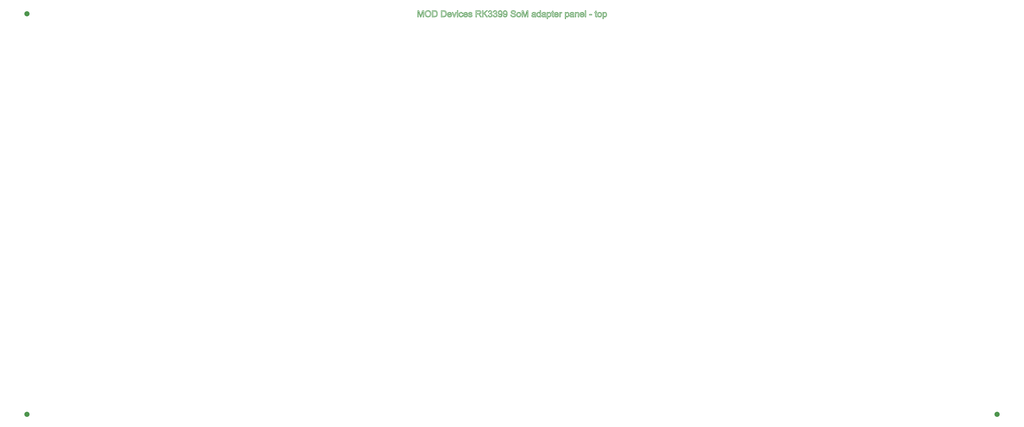
<source format=gtl>
%MOIN*%
%OFA0B0*%
%FSLAX44Y44*%
%IPPOS*%
%LPD*%
%ADD10C,0.07874015748031496*%
%ADD11C,0.0078740157480314977*%
D10*
X00007874Y00001968D03*
X00155511Y00001968D03*
X00007874Y00062992D03*
D11*
X00067321Y00063483D02*
X00067517Y00063483D01*
X00067750Y00062787D01*
X00067778Y00062702D01*
X00067797Y00062641D01*
X00067819Y00062707D01*
X00067849Y00062799D01*
X00068085Y00063483D01*
X00068260Y00063483D01*
X00068260Y00062500D01*
X00068135Y00062500D01*
X00068135Y00063323D01*
X00067849Y00062500D01*
X00067731Y00062500D01*
X00067447Y00063337D01*
X00067447Y00062500D01*
X00067321Y00062500D01*
X00067321Y00063483D01*
X00068439Y00063094D02*
X00068463Y00063197D01*
X00068504Y00063286D01*
X00068562Y00063362D01*
X00068633Y00063423D01*
X00068713Y00063466D01*
X00068802Y00063492D01*
X00068901Y00063501D01*
X00069031Y00063484D01*
X00069147Y00063435D01*
X00069243Y00063358D01*
X00069314Y00063254D01*
X00069357Y00063130D01*
X00069371Y00062990D01*
X00069356Y00062848D01*
X00069311Y00062722D01*
X00069238Y00062619D01*
X00069140Y00062543D01*
X00069025Y00062498D01*
X00068901Y00062483D01*
X00068769Y00062500D01*
X00068653Y00062550D01*
X00068556Y00062629D01*
X00068487Y00062733D01*
X00068445Y00062852D01*
X00068431Y00062979D01*
X00068439Y00063094D01*
X00068589Y00062818D02*
X00068660Y00062696D01*
X00068768Y00062620D01*
X00068900Y00062594D01*
X00068970Y00062601D01*
X00069034Y00062620D01*
X00069091Y00062652D01*
X00069142Y00062697D01*
X00069213Y00062822D01*
X00069237Y00062991D01*
X00069227Y00063103D01*
X00069196Y00063200D01*
X00069146Y00063280D01*
X00069078Y00063339D01*
X00068995Y00063376D01*
X00068902Y00063388D01*
X00068774Y00063365D01*
X00068664Y00063294D01*
X00068621Y00063238D01*
X00068590Y00063167D01*
X00068571Y00063080D01*
X00068565Y00062977D01*
X00068589Y00062818D01*
X00069539Y00063483D02*
X00069878Y00063483D01*
X00069979Y00063480D01*
X00070053Y00063469D01*
X00070131Y00063442D01*
X00070197Y00063399D01*
X00070265Y00063324D01*
X00070313Y00063230D01*
X00070342Y00063121D01*
X00070352Y00062997D01*
X00070346Y00062891D01*
X00070326Y00062798D01*
X00070296Y00062719D01*
X00070259Y00062655D01*
X00070169Y00062566D01*
X00070052Y00062516D01*
X00069894Y00062500D01*
X00069539Y00062500D01*
X00069539Y00063483D01*
X00069879Y00062616D02*
X00069966Y00062620D01*
X00070032Y00062634D01*
X00070120Y00062685D01*
X00070161Y00062739D01*
X00070192Y00062809D01*
X00070211Y00062896D01*
X00070218Y00062999D01*
X00070205Y00063135D01*
X00070167Y00063236D01*
X00070111Y00063305D01*
X00070044Y00063347D01*
X00069976Y00063362D01*
X00069876Y00063367D01*
X00069669Y00063367D01*
X00069669Y00062616D01*
X00069879Y00062616D01*
X00070913Y00063483D02*
X00071252Y00063483D01*
X00071353Y00063480D01*
X00071427Y00063469D01*
X00071505Y00063442D01*
X00071571Y00063399D01*
X00071639Y00063324D01*
X00071688Y00063230D01*
X00071716Y00063121D01*
X00071726Y00062997D01*
X00071720Y00062891D01*
X00071700Y00062798D01*
X00071670Y00062719D01*
X00071633Y00062655D01*
X00071543Y00062566D01*
X00071426Y00062516D01*
X00071268Y00062500D01*
X00070913Y00062500D01*
X00070913Y00063483D01*
X00071253Y00062616D02*
X00071340Y00062620D01*
X00071406Y00062634D01*
X00071494Y00062685D01*
X00071535Y00062739D01*
X00071566Y00062809D01*
X00071585Y00062896D01*
X00071592Y00062999D01*
X00071579Y00063135D01*
X00071541Y00063236D01*
X00071485Y00063305D01*
X00071418Y00063347D01*
X00071350Y00063362D01*
X00071250Y00063367D01*
X00071043Y00063367D01*
X00071043Y00062616D01*
X00071253Y00062616D01*
X00072502Y00062714D02*
X00072460Y00062616D01*
X00072393Y00062544D01*
X00072302Y00062498D01*
X00072189Y00062483D01*
X00072049Y00062507D01*
X00071941Y00062580D01*
X00071872Y00062695D01*
X00071850Y00062850D01*
X00071873Y00063009D01*
X00071942Y00063129D01*
X00072048Y00063203D01*
X00072182Y00063228D01*
X00072312Y00063204D01*
X00072416Y00063131D01*
X00072484Y00063014D01*
X00072506Y00062857D01*
X00072506Y00062825D01*
X00071974Y00062825D01*
X00071994Y00062721D01*
X00072041Y00062645D01*
X00072108Y00062598D01*
X00072190Y00062583D01*
X00072251Y00062591D01*
X00072303Y00062618D01*
X00072345Y00062663D01*
X00072378Y00062729D01*
X00072502Y00062714D01*
X00072379Y00062924D02*
X00072363Y00063003D01*
X00072333Y00063059D01*
X00072267Y00063111D01*
X00072184Y00063129D01*
X00072107Y00063115D01*
X00072044Y00063073D01*
X00072000Y00063008D01*
X00071981Y00062924D01*
X00072379Y00062924D01*
X00072581Y00063212D02*
X00072708Y00063212D01*
X00072861Y00062785D01*
X00072907Y00062642D01*
X00072952Y00062777D01*
X00073110Y00063212D01*
X00073234Y00063212D01*
X00072965Y00062500D01*
X00072852Y00062500D01*
X00072581Y00063212D01*
X00073342Y00063483D02*
X00073462Y00063483D01*
X00073462Y00063344D01*
X00073342Y00063344D01*
X00073342Y00063483D01*
X00073342Y00063212D02*
X00073462Y00063212D01*
X00073462Y00062500D01*
X00073342Y00062500D01*
X00073342Y00063212D01*
X00074230Y00062745D02*
X00074195Y00062636D01*
X00074130Y00062553D01*
X00074041Y00062501D01*
X00073933Y00062483D01*
X00073802Y00062507D01*
X00073698Y00062579D01*
X00073632Y00062695D01*
X00073609Y00062853D01*
X00073619Y00062961D01*
X00073648Y00063055D01*
X00073696Y00063131D01*
X00073764Y00063185D01*
X00073846Y00063217D01*
X00073934Y00063228D01*
X00074040Y00063213D01*
X00074124Y00063169D01*
X00074185Y00063098D01*
X00074219Y00063003D01*
X00074101Y00062985D01*
X00074078Y00063047D01*
X00074042Y00063093D01*
X00073995Y00063120D01*
X00073939Y00063129D01*
X00073856Y00063112D01*
X00073791Y00063063D01*
X00073748Y00062979D01*
X00073734Y00062856D01*
X00073747Y00062732D01*
X00073789Y00062648D01*
X00073852Y00062599D01*
X00073932Y00062583D01*
X00073997Y00062594D01*
X00074051Y00062626D01*
X00074090Y00062682D01*
X00074111Y00062760D01*
X00074230Y00062745D01*
X00074946Y00062714D02*
X00074904Y00062616D01*
X00074837Y00062544D01*
X00074746Y00062498D01*
X00074633Y00062483D01*
X00074492Y00062507D01*
X00074385Y00062580D01*
X00074316Y00062695D01*
X00074293Y00062850D01*
X00074316Y00063009D01*
X00074386Y00063129D01*
X00074492Y00063203D01*
X00074626Y00063228D01*
X00074756Y00063204D01*
X00074859Y00063131D01*
X00074927Y00063014D01*
X00074950Y00062857D01*
X00074949Y00062825D01*
X00074418Y00062825D01*
X00074438Y00062721D01*
X00074484Y00062645D01*
X00074551Y00062598D01*
X00074633Y00062583D01*
X00074695Y00062591D01*
X00074747Y00062618D01*
X00074789Y00062663D01*
X00074821Y00062729D01*
X00074946Y00062714D01*
X00074822Y00062924D02*
X00074807Y00063003D01*
X00074777Y00063059D01*
X00074711Y00063111D01*
X00074627Y00063129D01*
X00074551Y00063115D01*
X00074487Y00063073D01*
X00074443Y00063008D01*
X00074425Y00062924D01*
X00074822Y00062924D01*
X00075169Y00062731D02*
X00075188Y00062668D01*
X00075225Y00062621D01*
X00075280Y00062592D01*
X00075353Y00062583D01*
X00075426Y00062591D01*
X00075477Y00062617D01*
X00075507Y00062653D01*
X00075517Y00062696D01*
X00075508Y00062733D01*
X00075481Y00062760D01*
X00075438Y00062779D01*
X00075358Y00062801D01*
X00075245Y00062833D01*
X00075174Y00062859D01*
X00075096Y00062927D01*
X00075076Y00062973D01*
X00075069Y00063023D01*
X00075091Y00063111D01*
X00075151Y00063178D01*
X00075227Y00063214D01*
X00075332Y00063228D01*
X00075479Y00063204D01*
X00075534Y00063176D01*
X00075573Y00063139D01*
X00075598Y00063090D01*
X00075614Y00063028D01*
X00075496Y00063012D01*
X00075480Y00063061D01*
X00075449Y00063098D01*
X00075403Y00063121D01*
X00075340Y00063129D01*
X00075269Y00063122D01*
X00075222Y00063101D01*
X00075195Y00063071D01*
X00075186Y00063037D01*
X00075201Y00062995D01*
X00075247Y00062962D01*
X00075283Y00062951D01*
X00075354Y00062932D01*
X00075463Y00062900D01*
X00075533Y00062876D01*
X00075612Y00062812D01*
X00075634Y00062766D01*
X00075641Y00062709D01*
X00075632Y00062650D01*
X00075606Y00062595D01*
X00075563Y00062548D01*
X00075504Y00062513D01*
X00075433Y00062491D01*
X00075354Y00062483D01*
X00075231Y00062498D01*
X00075142Y00062541D01*
X00075083Y00062613D01*
X00075049Y00062712D01*
X00075169Y00062731D01*
X00076184Y00063483D02*
X00076620Y00063483D01*
X00076736Y00063476D01*
X00076820Y00063457D01*
X00076881Y00063420D01*
X00076929Y00063363D01*
X00076960Y00063292D01*
X00076970Y00063215D01*
X00076953Y00063118D01*
X00076902Y00063038D01*
X00076816Y00062980D01*
X00076693Y00062947D01*
X00076771Y00062898D01*
X00076827Y00062839D01*
X00076880Y00062767D01*
X00077051Y00062500D01*
X00076887Y00062500D01*
X00076757Y00062704D01*
X00076705Y00062782D01*
X00076663Y00062840D01*
X00076628Y00062880D01*
X00076597Y00062905D01*
X00076537Y00062932D01*
X00076508Y00062935D01*
X00076465Y00062936D01*
X00076314Y00062936D01*
X00076314Y00062500D01*
X00076184Y00062500D01*
X00076184Y00063483D01*
X00076594Y00063049D02*
X00076673Y00063054D01*
X00076733Y00063067D01*
X00076810Y00063126D01*
X00076829Y00063169D01*
X00076836Y00063215D01*
X00076823Y00063278D01*
X00076785Y00063329D01*
X00076720Y00063363D01*
X00076625Y00063374D01*
X00076314Y00063374D01*
X00076314Y00063049D01*
X00076594Y00063049D01*
X00077169Y00063483D02*
X00077299Y00063483D01*
X00077299Y00062995D01*
X00077787Y00063483D01*
X00077964Y00063483D01*
X00077551Y00063085D01*
X00077982Y00062500D01*
X00077810Y00062500D01*
X00077460Y00062997D01*
X00077299Y00062840D01*
X00077299Y00062500D01*
X00077169Y00062500D01*
X00077169Y00063483D01*
X00078163Y00062775D02*
X00078191Y00062687D01*
X00078234Y00062627D01*
X00078289Y00062593D01*
X00078356Y00062582D01*
X00078434Y00062597D01*
X00078499Y00062641D01*
X00078543Y00062707D01*
X00078558Y00062787D01*
X00078545Y00062863D01*
X00078504Y00062925D01*
X00078442Y00062965D01*
X00078366Y00062979D01*
X00078280Y00062965D01*
X00078294Y00063071D01*
X00078313Y00063070D01*
X00078387Y00063080D01*
X00078452Y00063110D01*
X00078498Y00063161D01*
X00078514Y00063234D01*
X00078503Y00063295D01*
X00078469Y00063344D01*
X00078417Y00063377D01*
X00078353Y00063388D01*
X00078288Y00063377D01*
X00078235Y00063344D01*
X00078197Y00063288D01*
X00078175Y00063211D01*
X00078054Y00063232D01*
X00078091Y00063340D01*
X00078155Y00063420D01*
X00078243Y00063470D01*
X00078350Y00063487D01*
X00078428Y00063478D01*
X00078498Y00063453D01*
X00078558Y00063412D01*
X00078602Y00063358D01*
X00078629Y00063297D01*
X00078638Y00063231D01*
X00078629Y00063171D01*
X00078604Y00063115D01*
X00078561Y00063068D01*
X00078502Y00063032D01*
X00078580Y00063001D01*
X00078638Y00062949D01*
X00078674Y00062877D01*
X00078686Y00062790D01*
X00078663Y00062671D01*
X00078592Y00062572D01*
X00078486Y00062504D01*
X00078355Y00062482D01*
X00078236Y00062501D01*
X00078140Y00062559D01*
X00078073Y00062648D01*
X00078042Y00062759D01*
X00078163Y00062775D01*
X00078927Y00062775D02*
X00078955Y00062687D01*
X00078998Y00062627D01*
X00079053Y00062593D01*
X00079120Y00062582D01*
X00079198Y00062597D01*
X00079264Y00062641D01*
X00079308Y00062707D01*
X00079322Y00062787D01*
X00079309Y00062863D01*
X00079268Y00062925D01*
X00079206Y00062965D01*
X00079130Y00062979D01*
X00079045Y00062965D01*
X00079058Y00063071D01*
X00079077Y00063070D01*
X00079151Y00063080D01*
X00079216Y00063110D01*
X00079263Y00063161D01*
X00079278Y00063234D01*
X00079267Y00063295D01*
X00079233Y00063344D01*
X00079182Y00063377D01*
X00079117Y00063388D01*
X00079052Y00063377D01*
X00079000Y00063344D01*
X00078961Y00063288D01*
X00078939Y00063211D01*
X00078818Y00063232D01*
X00078855Y00063340D01*
X00078919Y00063420D01*
X00079007Y00063470D01*
X00079114Y00063487D01*
X00079192Y00063478D01*
X00079263Y00063453D01*
X00079322Y00063412D01*
X00079366Y00063358D01*
X00079393Y00063297D01*
X00079402Y00063231D01*
X00079394Y00063171D01*
X00079368Y00063115D01*
X00079326Y00063068D01*
X00079267Y00063032D01*
X00079344Y00063001D01*
X00079402Y00062949D01*
X00079438Y00062877D01*
X00079451Y00062790D01*
X00079427Y00062671D01*
X00079357Y00062572D01*
X00079250Y00062504D01*
X00079119Y00062482D01*
X00079001Y00062501D01*
X00078904Y00062559D01*
X00078837Y00062648D01*
X00078806Y00062759D01*
X00078927Y00062775D01*
X00079704Y00062738D02*
X00079726Y00062667D01*
X00079760Y00062619D01*
X00079808Y00062591D01*
X00079867Y00062582D01*
X00079965Y00062608D01*
X00080034Y00062676D01*
X00080058Y00062726D01*
X00080078Y00062791D01*
X00080097Y00062938D01*
X00080096Y00062962D01*
X00080053Y00062910D01*
X00079997Y00062869D01*
X00079932Y00062842D01*
X00079861Y00062833D01*
X00079748Y00062855D01*
X00079654Y00062922D01*
X00079591Y00063024D01*
X00079570Y00063155D01*
X00079592Y00063290D01*
X00079658Y00063396D01*
X00079758Y00063464D01*
X00079879Y00063487D01*
X00079971Y00063474D01*
X00080055Y00063435D01*
X00080125Y00063373D01*
X00080175Y00063288D01*
X00080206Y00063171D01*
X00080217Y00063011D01*
X00080206Y00062842D01*
X00080176Y00062711D01*
X00080125Y00062613D01*
X00080054Y00062541D01*
X00079966Y00062497D01*
X00079864Y00062483D01*
X00079760Y00062499D01*
X00079676Y00062547D01*
X00079617Y00062624D01*
X00079588Y00062727D01*
X00079704Y00062738D01*
X00080069Y00063254D02*
X00080027Y00063326D01*
X00079966Y00063372D01*
X00079894Y00063387D01*
X00079819Y00063371D01*
X00079754Y00063321D01*
X00079709Y00063246D01*
X00079694Y00063151D01*
X00079708Y00063066D01*
X00079751Y00062998D01*
X00079814Y00062954D01*
X00079891Y00062940D01*
X00079967Y00062954D01*
X00080029Y00062998D01*
X00080069Y00063068D01*
X00080083Y00063161D01*
X00080069Y00063254D01*
X00080468Y00062738D02*
X00080490Y00062667D01*
X00080525Y00062619D01*
X00080572Y00062591D01*
X00080631Y00062582D01*
X00080729Y00062608D01*
X00080798Y00062676D01*
X00080822Y00062726D01*
X00080843Y00062791D01*
X00080861Y00062938D01*
X00080860Y00062962D01*
X00080817Y00062910D01*
X00080761Y00062869D01*
X00080696Y00062842D01*
X00080625Y00062833D01*
X00080513Y00062855D01*
X00080419Y00062922D01*
X00080355Y00063024D01*
X00080334Y00063155D01*
X00080356Y00063290D01*
X00080422Y00063396D01*
X00080522Y00063464D01*
X00080643Y00063487D01*
X00080735Y00063474D01*
X00080819Y00063435D01*
X00080889Y00063373D01*
X00080940Y00063288D01*
X00080971Y00063171D01*
X00080981Y00063011D01*
X00080971Y00062842D01*
X00080940Y00062711D01*
X00080889Y00062613D01*
X00080818Y00062541D01*
X00080730Y00062497D01*
X00080629Y00062483D01*
X00080524Y00062499D01*
X00080440Y00062547D01*
X00080382Y00062624D01*
X00080352Y00062727D01*
X00080468Y00062738D01*
X00080833Y00063254D02*
X00080791Y00063326D01*
X00080730Y00063372D01*
X00080658Y00063387D01*
X00080583Y00063371D01*
X00080518Y00063321D01*
X00080473Y00063246D01*
X00080458Y00063151D01*
X00080472Y00063066D01*
X00080515Y00062998D01*
X00080578Y00062954D01*
X00080655Y00062940D01*
X00080731Y00062954D01*
X00080793Y00062998D01*
X00080833Y00063068D01*
X00080847Y00063161D01*
X00080833Y00063254D01*
X00081608Y00062826D02*
X00081622Y00062759D01*
X00081648Y00062705D01*
X00081689Y00062662D01*
X00081747Y00062629D01*
X00081818Y00062607D01*
X00081898Y00062599D01*
X00082030Y00062622D01*
X00082079Y00062648D01*
X00082114Y00062682D01*
X00082135Y00062723D01*
X00082142Y00062767D01*
X00082136Y00062810D01*
X00082115Y00062847D01*
X00082080Y00062879D01*
X00082027Y00062905D01*
X00081963Y00062925D01*
X00081852Y00062953D01*
X00081737Y00062985D01*
X00081662Y00063015D01*
X00081600Y00063056D01*
X00081557Y00063106D01*
X00081531Y00063164D01*
X00081522Y00063229D01*
X00081533Y00063301D01*
X00081565Y00063368D01*
X00081617Y00063425D01*
X00081688Y00063466D01*
X00081774Y00063491D01*
X00081869Y00063500D01*
X00081971Y00063491D01*
X00082061Y00063465D01*
X00082135Y00063421D01*
X00082190Y00063361D01*
X00082224Y00063288D01*
X00082238Y00063206D01*
X00082113Y00063197D01*
X00082091Y00063278D01*
X00082045Y00063337D01*
X00081973Y00063373D01*
X00081874Y00063385D01*
X00081772Y00063374D01*
X00081702Y00063342D01*
X00081661Y00063294D01*
X00081648Y00063238D01*
X00081657Y00063189D01*
X00081686Y00063150D01*
X00081712Y00063133D01*
X00081754Y00063116D01*
X00081811Y00063098D01*
X00081882Y00063080D01*
X00082016Y00063047D01*
X00082100Y00063017D01*
X00082175Y00062973D01*
X00082227Y00062917D01*
X00082258Y00062852D01*
X00082268Y00062777D01*
X00082256Y00062701D01*
X00082223Y00062629D01*
X00082168Y00062568D01*
X00082094Y00062521D01*
X00082004Y00062492D01*
X00081904Y00062483D01*
X00081781Y00062492D01*
X00081680Y00062522D01*
X00081600Y00062570D01*
X00081539Y00062639D01*
X00081500Y00062722D01*
X00081485Y00062816D01*
X00081608Y00062826D01*
X00082392Y00062948D02*
X00082413Y00063028D01*
X00082447Y00063095D01*
X00082495Y00063149D01*
X00082597Y00063208D01*
X00082719Y00063228D01*
X00082853Y00063204D01*
X00082959Y00063132D01*
X00083029Y00063017D01*
X00083053Y00062866D01*
X00083042Y00062743D01*
X00083011Y00062649D01*
X00082961Y00062579D01*
X00082891Y00062527D01*
X00082809Y00062494D01*
X00082719Y00062483D01*
X00082584Y00062507D01*
X00082477Y00062579D01*
X00082408Y00062696D01*
X00082385Y00062856D01*
X00082392Y00062948D01*
X00082524Y00062736D02*
X00082569Y00062651D01*
X00082636Y00062600D01*
X00082719Y00062583D01*
X00082802Y00062600D01*
X00082869Y00062651D01*
X00082914Y00062738D01*
X00082929Y00062860D01*
X00082914Y00062976D01*
X00082869Y00063060D01*
X00082801Y00063111D01*
X00082719Y00063128D01*
X00082636Y00063111D01*
X00082569Y00063060D01*
X00082524Y00062975D01*
X00082509Y00062856D01*
X00082524Y00062736D01*
X00083206Y00063483D02*
X00083402Y00063483D01*
X00083634Y00062787D01*
X00083662Y00062702D01*
X00083681Y00062641D01*
X00083703Y00062707D01*
X00083734Y00062799D01*
X00083969Y00063483D01*
X00084144Y00063483D01*
X00084144Y00062500D01*
X00084019Y00062500D01*
X00084019Y00063323D01*
X00083733Y00062500D01*
X00083616Y00062500D01*
X00083331Y00063337D01*
X00083331Y00062500D01*
X00083206Y00062500D01*
X00083206Y00063483D01*
X00085120Y00062539D02*
X00085056Y00062507D01*
X00084923Y00062483D01*
X00084819Y00062498D01*
X00084743Y00062541D01*
X00084695Y00062606D01*
X00084680Y00062687D01*
X00084704Y00062783D01*
X00084766Y00062852D01*
X00084853Y00062892D01*
X00084897Y00062901D01*
X00084960Y00062910D01*
X00085087Y00062929D01*
X00085176Y00062952D01*
X00085176Y00062983D01*
X00085168Y00063046D01*
X00085142Y00063087D01*
X00085084Y00063118D01*
X00085004Y00063128D01*
X00084930Y00063121D01*
X00084879Y00063098D01*
X00084843Y00063057D01*
X00084819Y00062993D01*
X00084701Y00063009D01*
X00084722Y00063077D01*
X00084754Y00063131D01*
X00084799Y00063172D01*
X00084860Y00063203D01*
X00085022Y00063228D01*
X00085105Y00063223D01*
X00085170Y00063207D01*
X00085220Y00063182D01*
X00085254Y00063153D01*
X00085292Y00063070D01*
X00085296Y00063027D01*
X00085298Y00062959D01*
X00085298Y00062798D01*
X00085298Y00062722D01*
X00085300Y00062661D01*
X00085302Y00062615D01*
X00085305Y00062585D01*
X00085336Y00062500D01*
X00085210Y00062500D01*
X00085186Y00062587D01*
X00085120Y00062539D01*
X00085093Y00062832D02*
X00084978Y00062811D01*
X00084915Y00062800D01*
X00084873Y00062787D01*
X00084825Y00062748D01*
X00084809Y00062691D01*
X00084818Y00062646D01*
X00084845Y00062610D01*
X00084890Y00062586D01*
X00084952Y00062578D01*
X00085018Y00062586D01*
X00085076Y00062609D01*
X00085123Y00062645D01*
X00085156Y00062692D01*
X00085171Y00062743D01*
X00085176Y00062813D01*
X00085176Y00062857D01*
X00085093Y00062832D01*
X00085947Y00062589D02*
X00085909Y00062543D01*
X00085863Y00062510D01*
X00085810Y00062490D01*
X00085748Y00062483D01*
X00085666Y00062495D01*
X00085591Y00062530D01*
X00085528Y00062587D01*
X00085480Y00062662D01*
X00085451Y00062752D01*
X00085441Y00062855D01*
X00085450Y00062957D01*
X00085477Y00063049D01*
X00085521Y00063125D01*
X00085583Y00063182D01*
X00085659Y00063217D01*
X00085742Y00063228D01*
X00085803Y00063221D01*
X00085857Y00063201D01*
X00085939Y00063130D01*
X00085939Y00063483D01*
X00086059Y00063483D01*
X00086059Y00062500D01*
X00085947Y00062500D01*
X00085947Y00062589D01*
X00085580Y00062735D02*
X00085623Y00062650D01*
X00085686Y00062600D01*
X00085759Y00062583D01*
X00085832Y00062599D01*
X00085894Y00062647D01*
X00085935Y00062729D01*
X00085949Y00062845D01*
X00085935Y00062972D01*
X00085893Y00063060D01*
X00085830Y00063111D01*
X00085754Y00063128D01*
X00085680Y00063112D01*
X00085619Y00063062D01*
X00085579Y00062978D01*
X00085565Y00062855D01*
X00085580Y00062735D01*
X00086648Y00062539D02*
X00086585Y00062507D01*
X00086452Y00062483D01*
X00086348Y00062498D01*
X00086271Y00062541D01*
X00086224Y00062606D01*
X00086208Y00062687D01*
X00086232Y00062783D01*
X00086294Y00062852D01*
X00086381Y00062892D01*
X00086426Y00062901D01*
X00086489Y00062910D01*
X00086616Y00062929D01*
X00086704Y00062952D01*
X00086705Y00062983D01*
X00086696Y00063046D01*
X00086670Y00063087D01*
X00086613Y00063118D01*
X00086533Y00063128D01*
X00086459Y00063121D01*
X00086407Y00063098D01*
X00086372Y00063057D01*
X00086347Y00062993D01*
X00086229Y00063009D01*
X00086250Y00063077D01*
X00086282Y00063131D01*
X00086327Y00063172D01*
X00086389Y00063203D01*
X00086550Y00063228D01*
X00086633Y00063223D01*
X00086699Y00063207D01*
X00086748Y00063182D01*
X00086782Y00063153D01*
X00086820Y00063070D01*
X00086825Y00063027D01*
X00086826Y00062959D01*
X00086826Y00062798D01*
X00086827Y00062722D01*
X00086828Y00062661D01*
X00086830Y00062615D01*
X00086834Y00062585D01*
X00086864Y00062500D01*
X00086738Y00062500D01*
X00086714Y00062587D01*
X00086648Y00062539D01*
X00086622Y00062832D02*
X00086507Y00062811D01*
X00086443Y00062800D01*
X00086401Y00062787D01*
X00086354Y00062748D01*
X00086337Y00062691D01*
X00086346Y00062646D01*
X00086373Y00062610D01*
X00086419Y00062586D01*
X00086480Y00062578D01*
X00086546Y00062586D01*
X00086605Y00062609D01*
X00086652Y00062645D01*
X00086684Y00062692D01*
X00086699Y00062743D01*
X00086704Y00062813D01*
X00086704Y00062857D01*
X00086622Y00062832D01*
X00087013Y00063212D02*
X00087123Y00063212D01*
X00087123Y00063119D01*
X00087165Y00063167D01*
X00087211Y00063201D01*
X00087265Y00063221D01*
X00087330Y00063228D01*
X00087416Y00063216D01*
X00087491Y00063181D01*
X00087552Y00063125D01*
X00087596Y00063049D01*
X00087623Y00062959D01*
X00087632Y00062861D01*
X00087622Y00062757D01*
X00087593Y00062664D01*
X00087544Y00062587D01*
X00087478Y00062530D01*
X00087402Y00062495D01*
X00087321Y00062483D01*
X00087213Y00062509D01*
X00087134Y00062573D01*
X00087134Y00062226D01*
X00087013Y00062226D01*
X00087013Y00063212D01*
X00087136Y00062732D02*
X00087178Y00062648D01*
X00087240Y00062599D01*
X00087313Y00062583D01*
X00087388Y00062600D01*
X00087451Y00062651D01*
X00087494Y00062738D01*
X00087508Y00062862D01*
X00087494Y00062981D01*
X00087452Y00063066D01*
X00087391Y00063117D01*
X00087318Y00063134D01*
X00087246Y00063115D01*
X00087182Y00063061D01*
X00087137Y00062973D01*
X00087123Y00062852D01*
X00087136Y00062732D01*
X00088059Y00062501D02*
X00087967Y00062490D01*
X00087909Y00062495D01*
X00087865Y00062511D01*
X00087814Y00062566D01*
X00087803Y00062618D01*
X00087800Y00062708D01*
X00087800Y00063118D01*
X00087711Y00063118D01*
X00087711Y00063212D01*
X00087800Y00063212D01*
X00087800Y00063388D01*
X00087920Y00063461D01*
X00087920Y00063212D01*
X00088041Y00063212D01*
X00088041Y00063118D01*
X00087920Y00063118D01*
X00087920Y00062701D01*
X00087921Y00062659D01*
X00087926Y00062635D01*
X00087947Y00062612D01*
X00087988Y00062603D01*
X00088041Y00062608D01*
X00088059Y00062501D01*
X00088772Y00062714D02*
X00088730Y00062616D01*
X00088662Y00062544D01*
X00088571Y00062498D01*
X00088458Y00062483D01*
X00088318Y00062507D01*
X00088210Y00062580D01*
X00088142Y00062695D01*
X00088119Y00062850D01*
X00088142Y00063009D01*
X00088211Y00063129D01*
X00088318Y00063203D01*
X00088452Y00063228D01*
X00088582Y00063204D01*
X00088685Y00063131D01*
X00088753Y00063014D01*
X00088776Y00062857D01*
X00088775Y00062825D01*
X00088244Y00062825D01*
X00088264Y00062721D01*
X00088310Y00062645D01*
X00088377Y00062598D01*
X00088459Y00062583D01*
X00088521Y00062591D01*
X00088572Y00062618D01*
X00088615Y00062663D01*
X00088647Y00062729D01*
X00088772Y00062714D01*
X00088648Y00062924D02*
X00088633Y00063003D01*
X00088603Y00063059D01*
X00088536Y00063111D01*
X00088453Y00063129D01*
X00088376Y00063115D01*
X00088313Y00063073D01*
X00088269Y00063008D01*
X00088250Y00062924D01*
X00088648Y00062924D01*
X00088922Y00063212D02*
X00089031Y00063212D01*
X00089031Y00063104D01*
X00089071Y00063167D01*
X00089108Y00063204D01*
X00089185Y00063228D01*
X00089247Y00063218D01*
X00089309Y00063189D01*
X00089268Y00063077D01*
X00089223Y00063097D01*
X00089179Y00063103D01*
X00089108Y00063080D01*
X00089063Y00063013D01*
X00089043Y00062873D01*
X00089043Y00062500D01*
X00088922Y00062500D01*
X00088922Y00063212D01*
X00089763Y00063212D02*
X00089873Y00063212D01*
X00089873Y00063119D01*
X00089914Y00063167D01*
X00089961Y00063201D01*
X00090015Y00063221D01*
X00090079Y00063228D01*
X00090165Y00063216D01*
X00090240Y00063181D01*
X00090302Y00063125D01*
X00090346Y00063049D01*
X00090372Y00062959D01*
X00090381Y00062861D01*
X00090371Y00062757D01*
X00090342Y00062664D01*
X00090294Y00062587D01*
X00090228Y00062530D01*
X00090151Y00062495D01*
X00090071Y00062483D01*
X00089962Y00062509D01*
X00089883Y00062573D01*
X00089883Y00062226D01*
X00089763Y00062226D01*
X00089763Y00063212D01*
X00089886Y00062732D02*
X00089928Y00062648D01*
X00089989Y00062599D01*
X00090063Y00062583D01*
X00090137Y00062600D01*
X00090200Y00062651D01*
X00090243Y00062738D01*
X00090258Y00062862D01*
X00090244Y00062981D01*
X00090202Y00063066D01*
X00090140Y00063117D01*
X00090068Y00063134D01*
X00089995Y00063115D01*
X00089931Y00063061D01*
X00089887Y00062973D01*
X00089872Y00062852D01*
X00089886Y00062732D01*
X00090926Y00062539D02*
X00090863Y00062507D01*
X00090729Y00062483D01*
X00090626Y00062498D01*
X00090549Y00062541D01*
X00090502Y00062606D01*
X00090486Y00062687D01*
X00090510Y00062783D01*
X00090572Y00062852D01*
X00090659Y00062892D01*
X00090704Y00062901D01*
X00090766Y00062910D01*
X00090893Y00062929D01*
X00090982Y00062952D01*
X00090982Y00062983D01*
X00090974Y00063046D01*
X00090948Y00063087D01*
X00090891Y00063118D01*
X00090811Y00063128D01*
X00090737Y00063121D01*
X00090685Y00063098D01*
X00090650Y00063057D01*
X00090625Y00062993D01*
X00090507Y00063009D01*
X00090528Y00063077D01*
X00090560Y00063131D01*
X00090605Y00063172D01*
X00090666Y00063203D01*
X00090828Y00063228D01*
X00090911Y00063223D01*
X00090976Y00063207D01*
X00091026Y00063182D01*
X00091060Y00063153D01*
X00091098Y00063070D01*
X00091102Y00063027D01*
X00091104Y00062959D01*
X00091104Y00062798D01*
X00091104Y00062722D01*
X00091106Y00062661D01*
X00091108Y00062615D01*
X00091112Y00062585D01*
X00091142Y00062500D01*
X00091016Y00062500D01*
X00090992Y00062587D01*
X00090926Y00062539D01*
X00090900Y00062832D02*
X00090784Y00062811D01*
X00090721Y00062800D01*
X00090679Y00062787D01*
X00090632Y00062748D01*
X00090615Y00062691D01*
X00090624Y00062646D01*
X00090651Y00062610D01*
X00090696Y00062586D01*
X00090758Y00062578D01*
X00090824Y00062586D01*
X00090882Y00062609D01*
X00090930Y00062645D01*
X00090962Y00062692D01*
X00090977Y00062743D01*
X00090982Y00062813D01*
X00090982Y00062857D01*
X00090900Y00062832D01*
X00091291Y00063212D02*
X00091400Y00063212D01*
X00091400Y00063111D01*
X00091443Y00063162D01*
X00091496Y00063199D01*
X00091557Y00063221D01*
X00091627Y00063228D01*
X00091745Y00063205D01*
X00091792Y00063178D01*
X00091826Y00063144D01*
X00091863Y00063055D01*
X00091868Y00063009D01*
X00091870Y00062938D01*
X00091870Y00062500D01*
X00091749Y00062500D01*
X00091749Y00062933D01*
X00091746Y00062997D01*
X00091735Y00063043D01*
X00091685Y00063102D01*
X00091601Y00063123D01*
X00091529Y00063111D01*
X00091468Y00063074D01*
X00091426Y00063004D01*
X00091412Y00062889D01*
X00091412Y00062500D01*
X00091291Y00062500D01*
X00091291Y00063212D01*
X00092668Y00062714D02*
X00092626Y00062616D01*
X00092558Y00062544D01*
X00092468Y00062498D01*
X00092354Y00062483D01*
X00092214Y00062507D01*
X00092107Y00062580D01*
X00092038Y00062695D01*
X00092015Y00062850D01*
X00092038Y00063009D01*
X00092108Y00063129D01*
X00092214Y00063203D01*
X00092348Y00063228D01*
X00092478Y00063204D01*
X00092581Y00063131D01*
X00092649Y00063014D01*
X00092672Y00062857D01*
X00092671Y00062825D01*
X00092140Y00062825D01*
X00092160Y00062721D01*
X00092206Y00062645D01*
X00092273Y00062598D01*
X00092355Y00062583D01*
X00092417Y00062591D01*
X00092469Y00062618D01*
X00092511Y00062663D01*
X00092543Y00062729D01*
X00092668Y00062714D01*
X00092544Y00062924D02*
X00092529Y00063003D01*
X00092499Y00063059D01*
X00092432Y00063111D01*
X00092349Y00063129D01*
X00092273Y00063115D01*
X00092209Y00063073D01*
X00092165Y00063008D01*
X00092146Y00062924D01*
X00092544Y00062924D01*
X00092817Y00063483D02*
X00092938Y00063483D01*
X00092938Y00062500D01*
X00092817Y00062500D01*
X00092817Y00063483D01*
X00093459Y00062916D02*
X00093831Y00062916D01*
X00093831Y00062795D01*
X00093459Y00062795D01*
X00093459Y00062916D01*
X00094627Y00062501D02*
X00094536Y00062490D01*
X00094477Y00062495D01*
X00094434Y00062511D01*
X00094383Y00062566D01*
X00094372Y00062618D01*
X00094368Y00062708D01*
X00094368Y00063118D01*
X00094279Y00063118D01*
X00094279Y00063212D01*
X00094368Y00063212D01*
X00094368Y00063388D01*
X00094488Y00063461D01*
X00094488Y00063212D01*
X00094609Y00063212D01*
X00094609Y00063118D01*
X00094488Y00063118D01*
X00094488Y00062701D01*
X00094490Y00062659D01*
X00094494Y00062635D01*
X00094515Y00062612D01*
X00094556Y00062603D01*
X00094609Y00062608D01*
X00094627Y00062501D01*
X00094689Y00062948D02*
X00094710Y00063028D01*
X00094744Y00063095D01*
X00094793Y00063149D01*
X00094895Y00063208D01*
X00095017Y00063228D01*
X00095150Y00063204D01*
X00095257Y00063132D01*
X00095327Y00063017D01*
X00095350Y00062866D01*
X00095340Y00062743D01*
X00095309Y00062649D01*
X00095258Y00062579D01*
X00095189Y00062527D01*
X00095106Y00062494D01*
X00095017Y00062483D01*
X00094881Y00062507D01*
X00094775Y00062579D01*
X00094706Y00062696D01*
X00094683Y00062856D01*
X00094689Y00062948D01*
X00094822Y00062736D02*
X00094866Y00062651D01*
X00094934Y00062600D01*
X00095017Y00062583D01*
X00095099Y00062600D01*
X00095166Y00062651D01*
X00095211Y00062738D01*
X00095226Y00062860D01*
X00095211Y00062976D01*
X00095166Y00063060D01*
X00095099Y00063111D01*
X00095017Y00063128D01*
X00094934Y00063111D01*
X00094866Y00063060D01*
X00094822Y00062975D01*
X00094807Y00062856D01*
X00094822Y00062736D01*
X00095492Y00063212D02*
X00095602Y00063212D01*
X00095602Y00063119D01*
X00095643Y00063167D01*
X00095690Y00063201D01*
X00095744Y00063221D01*
X00095808Y00063228D01*
X00095894Y00063216D01*
X00095969Y00063181D01*
X00096031Y00063125D01*
X00096075Y00063049D01*
X00096101Y00062959D01*
X00096110Y00062861D01*
X00096101Y00062757D01*
X00096071Y00062664D01*
X00096023Y00062587D01*
X00095957Y00062530D01*
X00095880Y00062495D01*
X00095800Y00062483D01*
X00095691Y00062509D01*
X00095613Y00062573D01*
X00095613Y00062226D01*
X00095492Y00062226D01*
X00095492Y00063212D01*
X00095615Y00062732D02*
X00095657Y00062648D01*
X00095718Y00062599D01*
X00095792Y00062583D01*
X00095866Y00062600D01*
X00095930Y00062651D01*
X00095973Y00062738D01*
X00095987Y00062862D01*
X00095973Y00062981D01*
X00095931Y00063066D01*
X00095869Y00063117D01*
X00095797Y00063134D01*
X00095724Y00063115D01*
X00095660Y00063061D01*
X00095616Y00062973D01*
X00095601Y00062852D01*
X00095615Y00062732D01*
M02*
</source>
